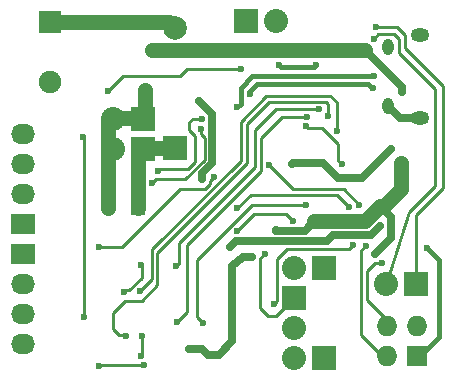
<source format=gbr>
G04 #@! TF.FileFunction,Copper,L2,Bot,Signal*
%FSLAX46Y46*%
G04 Gerber Fmt 4.6, Leading zero omitted, Abs format (unit mm)*
G04 Created by KiCad (PCBNEW 4.0.1-stable) date 07/06/2016 1:51:25 PM*
%MOMM*%
G01*
G04 APERTURE LIST*
%ADD10C,0.100000*%
%ADD11R,1.727200X1.727200*%
%ADD12O,1.727200X1.727200*%
%ADD13R,2.032000X2.032000*%
%ADD14O,2.032000X2.032000*%
%ADD15C,1.300000*%
%ADD16R,1.300000X1.300000*%
%ADD17C,1.998980*%
%ADD18R,1.998980X1.998980*%
%ADD19R,1.905000X1.905000*%
%ADD20C,1.905000*%
%ADD21R,2.032000X1.727200*%
%ADD22O,2.032000X1.727200*%
%ADD23O,0.950000X1.400000*%
%ADD24O,1.550000X1.200000*%
%ADD25C,0.600000*%
%ADD26C,0.250000*%
%ADD27C,0.635000*%
%ADD28C,1.270000*%
%ADD29C,0.400000*%
G04 APERTURE END LIST*
D10*
D11*
X113795000Y-124307600D03*
D12*
X111255000Y-124307600D03*
X113795000Y-121767600D03*
X111255000Y-121767600D03*
D13*
X103378000Y-119380000D03*
D14*
X103378000Y-121920000D03*
D13*
X113706100Y-118224300D03*
D14*
X111166100Y-118224300D03*
D15*
X87670000Y-111760000D03*
D16*
X90170000Y-111760000D03*
D17*
X93342460Y-96520000D03*
D18*
X93342460Y-106680000D03*
D19*
X82753200Y-95973900D03*
D20*
X82753200Y-101053900D03*
D13*
X105918000Y-124460000D03*
D14*
X103378000Y-124460000D03*
D21*
X80444800Y-113157000D03*
D22*
X80444800Y-110617000D03*
X80444800Y-108077000D03*
X80444800Y-105537000D03*
D13*
X105918000Y-116840000D03*
D14*
X103378000Y-116840000D03*
D21*
X80444800Y-115697000D03*
D22*
X80444800Y-118237000D03*
X80444800Y-120777000D03*
X80444800Y-123317000D03*
D13*
X90604800Y-106807000D03*
D14*
X88064800Y-106807000D03*
D13*
X90604800Y-104267000D03*
D14*
X88064800Y-104267000D03*
D13*
X99339400Y-95935800D03*
D14*
X101879400Y-95935800D03*
D23*
X111340460Y-103110300D03*
X111340460Y-98110300D03*
D24*
X114040460Y-104110300D03*
X114040460Y-97110300D03*
D25*
X100965000Y-115620800D03*
X112588500Y-101955600D03*
X91328700Y-98298000D03*
X114645900Y-115150900D03*
X110670800Y-113271300D03*
X98008900Y-115062000D03*
X110248700Y-115646200D03*
X108054600Y-109296200D03*
X103261620Y-108000800D03*
X105123440Y-112872520D03*
X101886498Y-113662460D03*
X105283000Y-99631500D03*
X102108000Y-99631500D03*
X94488000Y-123698000D03*
X99822000Y-115887500D03*
X85623400Y-120980200D03*
X85572600Y-105791000D03*
X90805000Y-101757598D03*
X112464800Y-107982000D03*
X111623300Y-106781600D03*
X107462780Y-108071920D03*
X104455420Y-104861360D03*
X98918220Y-99969320D03*
X87691420Y-101833680D03*
X103342900Y-112852200D03*
X98542300Y-113715800D03*
X107020820Y-105272840D03*
X90376200Y-118778020D03*
X106304540Y-103946960D03*
X89202720Y-122577860D03*
X105524760Y-103398320D03*
X93401340Y-116707920D03*
X104518920Y-104061260D03*
X93508020Y-121406920D03*
X99685300Y-102095300D03*
X110061200Y-101574600D03*
X110200900Y-100622100D03*
X98580400Y-103251000D03*
X95580200Y-104190800D03*
X91871800Y-108635800D03*
X95529400Y-105079800D03*
X91389200Y-109677200D03*
X86871000Y-115087400D03*
X96599200Y-109143800D03*
X98577400Y-111785400D03*
X108051600Y-111683800D03*
X109474000Y-114960400D03*
X101295200Y-108102400D03*
X108940600Y-111506000D03*
X110820200Y-116408200D03*
X104397000Y-111544100D03*
X95697500Y-121462800D03*
X108407200Y-114884200D03*
X101727000Y-119888000D03*
X110378700Y-96428560D03*
X110134860Y-97434400D03*
X90500200Y-122605800D03*
X90474800Y-124256800D03*
X88976200Y-118872000D03*
X90449400Y-116586000D03*
X90678000Y-125095000D03*
X86918800Y-125120400D03*
X95583200Y-109347000D03*
X95380000Y-102717600D03*
D26*
X101854000Y-120904000D02*
X103378000Y-119380000D01*
X101219000Y-120904000D02*
X101854000Y-120904000D01*
X100558600Y-120243600D02*
X101219000Y-120904000D01*
X100558600Y-116027200D02*
X100558600Y-120243600D01*
X100965000Y-115620800D02*
X100558600Y-116027200D01*
D27*
X112588500Y-101523800D02*
X112588500Y-101955600D01*
X109438900Y-98374200D02*
X112588500Y-101523800D01*
D28*
X91404900Y-98374200D02*
X109438900Y-98374200D01*
D27*
X91328700Y-98298000D02*
X91404900Y-98374200D01*
D29*
X114049000Y-124307600D02*
X115687300Y-122669300D01*
X115687300Y-122669300D02*
X115687300Y-116192300D01*
X115687300Y-116192300D02*
X114645900Y-115150900D01*
D27*
X109896100Y-114046000D02*
X110670800Y-113271300D01*
X106721100Y-114046000D02*
X109896100Y-114046000D01*
X106213100Y-114554000D02*
X106721100Y-114046000D01*
X98516900Y-114554000D02*
X106213100Y-114554000D01*
X98008900Y-115062000D02*
X98516900Y-114554000D01*
D29*
X113795000Y-124307600D02*
X114049000Y-124307600D01*
D27*
X110248700Y-115646200D02*
X111633000Y-114261900D01*
X111633000Y-114261900D02*
X111633000Y-112525200D01*
X111633000Y-112525200D02*
X110689800Y-111582000D01*
D26*
X111633000Y-114261900D02*
X111633000Y-112525200D01*
X111633000Y-112525200D02*
X110689800Y-111582000D01*
X108054600Y-109296200D02*
X108054600Y-109258100D01*
X108054600Y-109258100D02*
X108054600Y-109296200D01*
X108054600Y-109296200D02*
X108054600Y-109258100D01*
D27*
X103261620Y-108000800D02*
X103289560Y-107972860D01*
X103289560Y-107972860D02*
X105860040Y-107972860D01*
X105860040Y-107972860D02*
X107145280Y-109258100D01*
D28*
X105123440Y-112872520D02*
X109399280Y-112872520D01*
X109399280Y-112872520D02*
X110689800Y-111582000D01*
X110689800Y-111582000D02*
X111014800Y-111582000D01*
X111014800Y-111582000D02*
X112464800Y-110132000D01*
X112464800Y-110132000D02*
X112464800Y-107982000D01*
D27*
X104300480Y-113695480D02*
X105123440Y-112872520D01*
X101919518Y-113695480D02*
X104300480Y-113695480D01*
X101886498Y-113662460D02*
X101919518Y-113695480D01*
D29*
X105283000Y-99631500D02*
X105092500Y-99822000D01*
X105092500Y-99822000D02*
X102298500Y-99822000D01*
X102298500Y-99822000D02*
X102108000Y-99631500D01*
D27*
X95631000Y-123698000D02*
X94488000Y-123698000D01*
X96139000Y-124206000D02*
X95631000Y-123698000D01*
X97028000Y-124206000D02*
X96139000Y-124206000D01*
X98171000Y-123063000D02*
X97028000Y-124206000D01*
X98171000Y-116713000D02*
X98171000Y-123063000D01*
X99060000Y-115887500D02*
X98171000Y-116713000D01*
X99822000Y-115887500D02*
X99060000Y-115887500D01*
D26*
X85623400Y-105841800D02*
X85623400Y-120980200D01*
X85572600Y-105791000D02*
X85623400Y-105841800D01*
D28*
X90805000Y-101757598D02*
X90805000Y-103505000D01*
X90805000Y-103505000D02*
X90170000Y-104140000D01*
X87630000Y-104140000D02*
X90170000Y-104140000D01*
X87630000Y-106680000D02*
X87630000Y-104140000D01*
X87670000Y-111760000D02*
X87670000Y-106720000D01*
X87670000Y-106720000D02*
X87630000Y-106680000D01*
D27*
X107145280Y-109258100D02*
X108054600Y-109258100D01*
X108054600Y-109258100D02*
X109146800Y-109258100D01*
X109146800Y-109258100D02*
X111623300Y-106781600D01*
D28*
X90170000Y-106680000D02*
X93342460Y-106680000D01*
X90170000Y-111760000D02*
X90170000Y-106680000D01*
X82753200Y-95973900D02*
X92796360Y-95973900D01*
X92796360Y-95973900D02*
X93342460Y-96520000D01*
D26*
X107157980Y-107767120D02*
X107462780Y-108071920D01*
X107157980Y-106324400D02*
X107157980Y-107767120D01*
X105796540Y-104962960D02*
X107157980Y-106324400D01*
X104557020Y-104962960D02*
X105796540Y-104962960D01*
X104455420Y-104861360D02*
X104557020Y-104962960D01*
X94371620Y-99969320D02*
X98918220Y-99969320D01*
X93726460Y-100614480D02*
X94371620Y-99969320D01*
X88910620Y-100614480D02*
X93726460Y-100614480D01*
X87691420Y-101833680D02*
X88910620Y-100614480D01*
X102733300Y-112242600D02*
X103342900Y-112852200D01*
X100015500Y-112242600D02*
X102733300Y-112242600D01*
X98542300Y-113715800D02*
X100015500Y-112242600D01*
X107020820Y-102816660D02*
X107020820Y-105272840D01*
X106477260Y-102273100D02*
X107020820Y-102816660D01*
X101067060Y-102273100D02*
X106477260Y-102273100D01*
X98895360Y-104444800D02*
X101067060Y-102273100D01*
X98895360Y-107759500D02*
X98895360Y-104444800D01*
X91389660Y-115265200D02*
X98895360Y-107759500D01*
X91389660Y-117764560D02*
X91389660Y-115265200D01*
X90376200Y-118778020D02*
X91389660Y-117764560D01*
X106304540Y-102971600D02*
X106304540Y-103946960D01*
X106081020Y-102748080D02*
X106304540Y-102971600D01*
X101305820Y-102748080D02*
X106081020Y-102748080D01*
X99444000Y-104609900D02*
X101305820Y-102748080D01*
X99444000Y-107950000D02*
X99444000Y-104609900D01*
X91839662Y-115554338D02*
X99444000Y-107950000D01*
X91839662Y-118259438D02*
X91839662Y-115554338D01*
X90493040Y-119606060D02*
X91839662Y-118259438D01*
X89065560Y-119606060D02*
X90493040Y-119606060D01*
X88059720Y-120611900D02*
X89065560Y-119606060D01*
X88059720Y-121983500D02*
X88059720Y-120611900D01*
X88595660Y-122519440D02*
X88059720Y-121983500D01*
X89144300Y-122519440D02*
X88595660Y-122519440D01*
X89202720Y-122577860D02*
X89144300Y-122519440D01*
X101846840Y-103398320D02*
X105524760Y-103398320D01*
X100076460Y-105168700D02*
X101846840Y-103398320D01*
X100076460Y-108280200D02*
X100076460Y-105168700D01*
X93624860Y-114731800D02*
X100076460Y-108280200D01*
X93624860Y-116484400D02*
X93624860Y-114731800D01*
X93401340Y-116707920D02*
X93624860Y-116484400D01*
X102395480Y-104061260D02*
X104518920Y-104061260D01*
X100647960Y-105808780D02*
X102395480Y-104061260D01*
X100647960Y-108597700D02*
X100647960Y-105808780D01*
X94323360Y-114922300D02*
X100647960Y-108597700D01*
X94323360Y-120591580D02*
X94323360Y-114922300D01*
X93508020Y-121406920D02*
X94323360Y-120591580D01*
D29*
X99685300Y-101831702D02*
X99685300Y-102095300D01*
X100294900Y-101222102D02*
X99685300Y-101831702D01*
X109708702Y-101222102D02*
X100294900Y-101222102D01*
X110061200Y-101574600D02*
X109708702Y-101222102D01*
X99863100Y-100622100D02*
X110200900Y-100622100D01*
X98885200Y-101600000D02*
X99863100Y-100622100D01*
X98885200Y-102946200D02*
X98885200Y-101600000D01*
X98580400Y-103251000D02*
X98885200Y-102946200D01*
D26*
X94818200Y-104190800D02*
X95580200Y-104190800D01*
X94513400Y-104495600D02*
X94818200Y-104190800D01*
X94513400Y-105130600D02*
X94513400Y-104495600D01*
X95046800Y-105664000D02*
X94513400Y-105130600D01*
X95046800Y-107830366D02*
X95046800Y-105664000D01*
X94393766Y-108483400D02*
X95046800Y-107830366D01*
X92024200Y-108483400D02*
X94393766Y-108483400D01*
X91871800Y-108635800D02*
X92024200Y-108483400D01*
X95529400Y-105511600D02*
X95529400Y-105079800D01*
X95829698Y-105811898D02*
X95529400Y-105511600D01*
X95829698Y-107683866D02*
X95829698Y-105811898D01*
X94191964Y-109321600D02*
X95829698Y-107683866D01*
X91744800Y-109321600D02*
X94191964Y-109321600D01*
X91389200Y-109677200D02*
X91744800Y-109321600D01*
X88877600Y-115087400D02*
X86871000Y-115087400D01*
X93779800Y-110185200D02*
X88877600Y-115087400D01*
X95833262Y-110185200D02*
X93779800Y-110185200D01*
X96254331Y-109764131D02*
X95833262Y-110185200D01*
X96254331Y-109488669D02*
X96254331Y-109764131D01*
X96599200Y-109143800D02*
X96254331Y-109488669D01*
X111255000Y-124307600D02*
X110845600Y-124307600D01*
X110845600Y-124307600D02*
X109093000Y-122555000D01*
X99720400Y-110642400D02*
X98577400Y-111785400D01*
X107010200Y-110642400D02*
X99720400Y-110642400D01*
X108051600Y-111683800D02*
X107010200Y-110642400D01*
X109093000Y-115341400D02*
X109474000Y-114960400D01*
X109093000Y-122555000D02*
X109093000Y-115341400D01*
X111255000Y-124307600D02*
X110865400Y-124307600D01*
X111255000Y-121767600D02*
X111255000Y-121237200D01*
X111255000Y-121237200D02*
X109550200Y-119532400D01*
X103352600Y-110159800D02*
X101295200Y-108102400D01*
X107594400Y-110159800D02*
X103352600Y-110159800D01*
X108940600Y-111506000D02*
X107594400Y-110159800D01*
X110261400Y-116408200D02*
X110820200Y-116408200D01*
X109550200Y-117119400D02*
X110261400Y-116408200D01*
X109550200Y-119532400D02*
X109550200Y-117119400D01*
X99825000Y-111544100D02*
X104397000Y-111544100D01*
X95189500Y-116179600D02*
X99825000Y-111544100D01*
X95189500Y-120954800D02*
X95189500Y-116179600D01*
X95697500Y-121462800D02*
X95189500Y-120954800D01*
X108026200Y-115265200D02*
X108407200Y-114884200D01*
X102768400Y-115265200D02*
X108026200Y-115265200D01*
X101955600Y-116078000D02*
X102768400Y-115265200D01*
X101955600Y-119659400D02*
X101955600Y-116078000D01*
X101727000Y-119888000D02*
X101955600Y-119659400D01*
X113706100Y-118224300D02*
X113706100Y-112379760D01*
X112116060Y-96428560D02*
X110378700Y-96428560D01*
X112764182Y-97076682D02*
X112116060Y-96428560D01*
X112764182Y-98204442D02*
X112764182Y-97076682D01*
X116002260Y-101442520D02*
X112764182Y-98204442D01*
X116002260Y-110083600D02*
X116002260Y-101442520D01*
X113706100Y-112379760D02*
X116002260Y-110083600D01*
X111166100Y-118224300D02*
X113134600Y-112141000D01*
X110515860Y-97053400D02*
X110134860Y-97434400D01*
X111872220Y-97053400D02*
X110515860Y-97053400D01*
X112314180Y-97495360D02*
X111872220Y-97053400D01*
X112314180Y-98668840D02*
X112314180Y-97495360D01*
X115346940Y-101701600D02*
X112314180Y-98668840D01*
X115346940Y-109885480D02*
X115346940Y-101701600D01*
X113134600Y-112141000D02*
X115346940Y-109885480D01*
X90500200Y-124231400D02*
X90500200Y-122605800D01*
X90474800Y-124256800D02*
X90500200Y-124231400D01*
X89103200Y-118745000D02*
X88976200Y-118872000D01*
X89433400Y-118745000D02*
X89103200Y-118745000D01*
X90525600Y-117652800D02*
X89433400Y-118745000D01*
X90525600Y-116662200D02*
X90525600Y-117652800D01*
X90449400Y-116586000D02*
X90525600Y-116662200D01*
X86944200Y-125095000D02*
X90678000Y-125095000D01*
X86918800Y-125120400D02*
X86944200Y-125095000D01*
D27*
X95583200Y-108839000D02*
X95583200Y-109347000D01*
X96472200Y-107950000D02*
X95583200Y-108839000D01*
X96472200Y-103809800D02*
X96472200Y-107950000D01*
X95380000Y-102717600D02*
X96472200Y-103809800D01*
X114040460Y-104110300D02*
X112340460Y-104110300D01*
X112340460Y-104110300D02*
X111340460Y-103110300D01*
M02*

</source>
